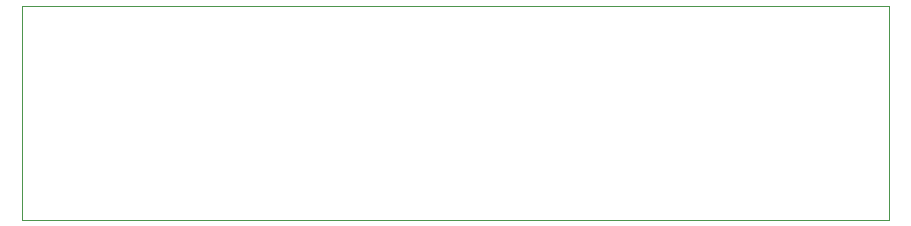
<source format=gbr>
%TF.GenerationSoftware,KiCad,Pcbnew,6.0.11*%
%TF.CreationDate,2024-12-01T18:54:21+01:00*%
%TF.ProjectId,MP6532_board_adapter,4d503635-3332-45f6-926f-6172645f6164,rev?*%
%TF.SameCoordinates,Original*%
%TF.FileFunction,Profile,NP*%
%FSLAX46Y46*%
G04 Gerber Fmt 4.6, Leading zero omitted, Abs format (unit mm)*
G04 Created by KiCad (PCBNEW 6.0.11) date 2024-12-01 18:54:21*
%MOMM*%
%LPD*%
G01*
G04 APERTURE LIST*
%TA.AperFunction,Profile*%
%ADD10C,0.100000*%
%TD*%
G04 APERTURE END LIST*
D10*
X27670000Y-37410000D02*
X101010000Y-37410000D01*
X101010000Y-37410000D02*
X101010000Y-55530000D01*
X101010000Y-55530000D02*
X27670000Y-55530000D01*
X27670000Y-55530000D02*
X27670000Y-37410000D01*
M02*

</source>
